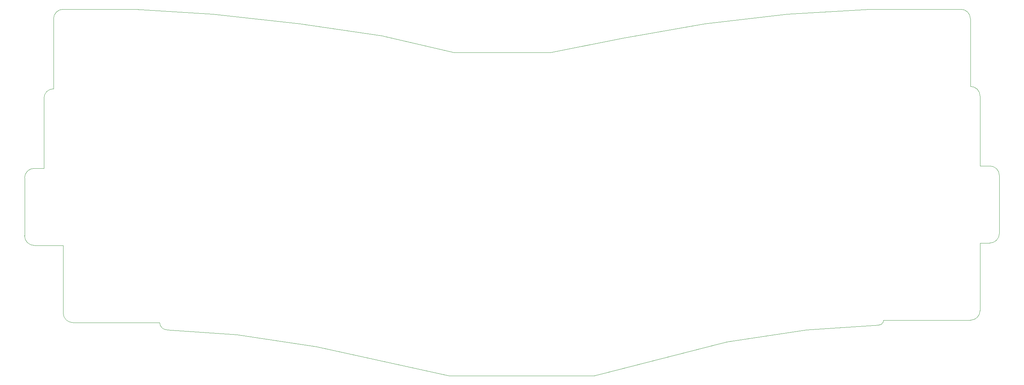
<source format=gbr>
%TF.GenerationSoftware,KiCad,Pcbnew,7.0.6*%
%TF.CreationDate,2023-09-29T23:10:54-04:00*%
%TF.ProjectId,tiddlywink,74696464-6c79-4776-996e-6b2e6b696361,rev?*%
%TF.SameCoordinates,Original*%
%TF.FileFunction,Profile,NP*%
%FSLAX46Y46*%
G04 Gerber Fmt 4.6, Leading zero omitted, Abs format (unit mm)*
G04 Created by KiCad (PCBNEW 7.0.6) date 2023-09-29 23:10:54*
%MOMM*%
%LPD*%
G01*
G04 APERTURE LIST*
%TA.AperFunction,Profile*%
%ADD10C,0.100000*%
%TD*%
G04 APERTURE END LIST*
D10*
X252412793Y-39290658D02*
G75*
G03*
X250031460Y-36909407I-2381293J-42D01*
G01*
X69056308Y-98226645D02*
X88701637Y-101203210D01*
X225028314Y-17859390D02*
X204787672Y-19050016D01*
X204787672Y-19050016D02*
X184547030Y-21431268D01*
X257175215Y-58935987D02*
X257175215Y-73223499D01*
X257175264Y-58935987D02*
G75*
G03*
X254793964Y-56554736I-2381264J-13D01*
G01*
X250031460Y-94654711D02*
G75*
G03*
X252412711Y-92273515I40J2381211D01*
G01*
X252412711Y-39290658D02*
X252412712Y-55959422D01*
X23812521Y-20240642D02*
X23812520Y-36909406D01*
X19050016Y-76200064D02*
X26193772Y-76200064D01*
X63103178Y-19050016D02*
X84534446Y-21431268D01*
X252412712Y-55959422D02*
X252412712Y-56554735D01*
X28575024Y-95250080D02*
X50006292Y-95250080D01*
X16668736Y-73818812D02*
G75*
G03*
X19050016Y-76200064I2381264J12D01*
G01*
X21431268Y-57150048D02*
X19050016Y-57150049D01*
X26193772Y-76200064D02*
X26193772Y-92868828D01*
X250031460Y-94654766D02*
X228600192Y-94654767D01*
X26193772Y-17859391D02*
G75*
G03*
X23812521Y-20240642I-2J-2381249D01*
G01*
X209550176Y-97036019D02*
X189904847Y-100012584D01*
X88701637Y-101203210D02*
X121443852Y-108346966D01*
X254793964Y-75604715D02*
G75*
G03*
X257175215Y-73223499I36J2381215D01*
G01*
X227409566Y-95845392D02*
G75*
G03*
X228600192Y-94654767I34J1190592D01*
G01*
X146446998Y-28575024D02*
X164306388Y-25003146D01*
X26193772Y-17859391D02*
X44053162Y-17859390D01*
X227409566Y-95845393D02*
X209550176Y-97036019D01*
X50006281Y-95250080D02*
G75*
G03*
X51792231Y-97036019I1785919J-20D01*
G01*
X252412712Y-56554735D02*
X254793964Y-56554736D01*
X16668765Y-59531300D02*
X16668764Y-73818812D01*
X121443852Y-108346966D02*
X157162632Y-108346966D01*
X104775088Y-24407833D02*
X122634478Y-28575024D01*
X184547030Y-21431268D02*
X164306388Y-25003146D01*
X23812520Y-37504719D02*
G75*
G03*
X21431269Y-39885971I0J-2381251D01*
G01*
X247650208Y-17859391D02*
X225028314Y-17859390D01*
X84534446Y-21431268D02*
X104775088Y-24407833D01*
X122634478Y-28575024D02*
X146446998Y-28575024D01*
X26193720Y-92868828D02*
G75*
G03*
X28575024Y-95250080I2381280J28D01*
G01*
X250031459Y-20240642D02*
X250031460Y-36909406D01*
X252412712Y-75604751D02*
X252412711Y-92273515D01*
X254793964Y-75604750D02*
X252412712Y-75604751D01*
X51792231Y-97036019D02*
X69056308Y-98226645D01*
X21431269Y-39885971D02*
X21431268Y-57150048D01*
X19050016Y-57150065D02*
G75*
G03*
X16668765Y-59531300I-16J-2381235D01*
G01*
X157162632Y-108346966D02*
X189904847Y-100012584D01*
X44053162Y-17859390D02*
X63103178Y-19050016D01*
X250031409Y-20240642D02*
G75*
G03*
X247650208Y-17859391I-2381209J42D01*
G01*
X23812520Y-36909406D02*
X23812520Y-37504719D01*
M02*

</source>
